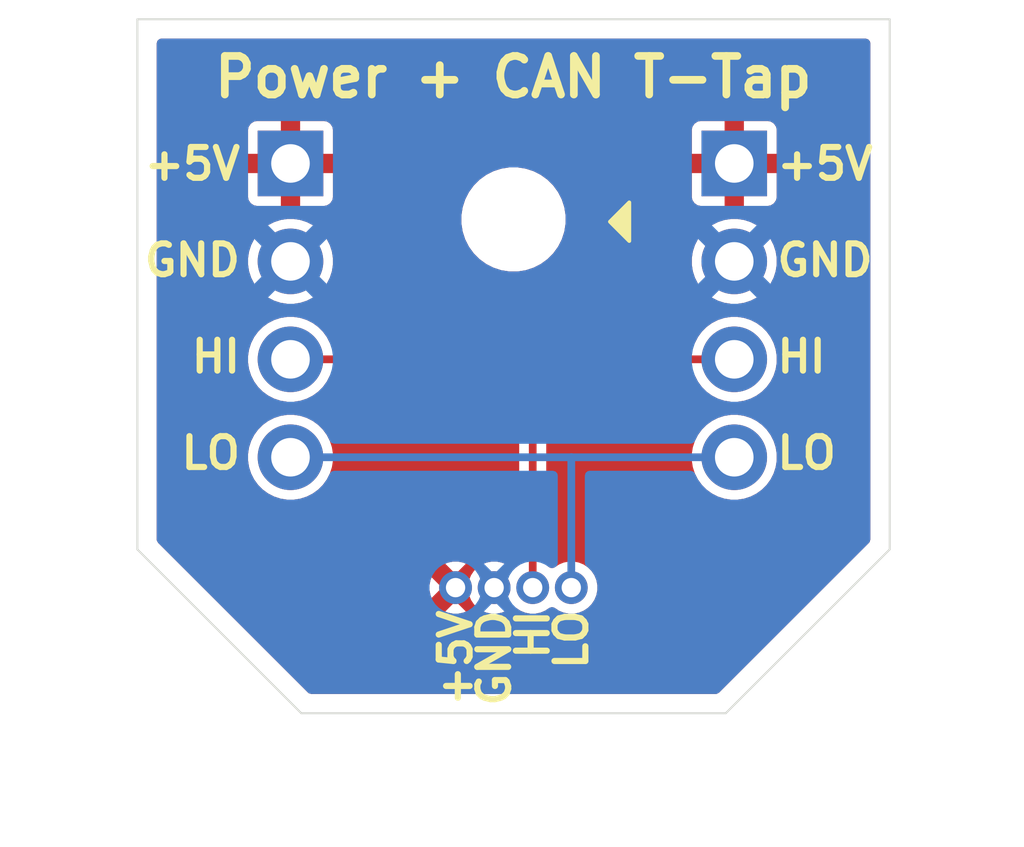
<source format=kicad_pcb>
(kicad_pcb (version 20241229) (generator "pcbnew") (generator_version "9.0")
  (layers (0 "F.Cu" signal) (2 "B.Cu" signal) (13 "F.Paste" user) (15 "B.Paste" user) (5 "F.SilkS" user "F.Silkscreen") (7 "B.SilkS" user "B.Silkscreen") (1 "F.Mask" user) (3 "B.Mask" user) (25 "Edge.Cuts" user))
  (net 0 "")
  (net 1 "/CANL")
  (net 2 "+5V")
  (net 3 "GND")
  (net 4 "/CANH")
  (footprint "Connector_PinSocket_2.54mm:PinSocket_1x04_P2.54mm_Vertical" (layer "F.Cu") (at 118.96869 76.98951)
    (property "Reference" "J2" (hide yes))
    (property "Value" "Conn_01x04_Socket")
    (pad "1" thru_hole rect (at 0 0) (size 1.7 1.7) (drill 1) (layers "*.Cu" "*.Mask") (net 2 "+5V"))
    (pad "2" thru_hole circle (at 0 2.54) (size 1.7 1.7) (drill 1) (layers "*.Cu" "*.Mask") (net 3 "GND"))
    (pad "3" thru_hole circle (at 0 5.08) (size 1.7 1.7) (drill 1) (layers "*.Cu" "*.Mask") (net 4 "/CANH"))
    (pad "4" thru_hole circle (at 0 7.62) (size 1.7 1.7) (drill 1) (layers "*.Cu" "*.Mask") (net 1 "/CANL"))
  )
  (footprint "Conn_01x04:01x04_1mm" (layer "F.Cu") (at 122.747424 88.490699 90)
    (property "Reference" "J1" (hide yes))
    (property "Value" "Conn_01x04_Pin")
    (pad "1" thru_hole circle (at 0.5 0.5 90) (size 0.85 0.85) (drill 0.5) (layers "*.Cu" "*.Mask") (net 2 "+5V"))
    (pad "2" thru_hole circle (at 0.5 1.5 90) (size 0.85 0.85) (drill 0.5) (layers "*.Cu" "*.Mask") (net 3 "GND"))
    (pad "3" thru_hole circle (at 0.5 2.5 90) (size 0.85 0.85) (drill 0.5) (layers "*.Cu" "*.Mask") (net 4 "/CANH"))
    (pad "4" thru_hole circle (at 0.5 3.5 90) (size 0.85 0.85) (drill 0.5) (layers "*.Cu" "*.Mask") (net 1 "/CANL"))
  )
  (footprint "Connector_PinSocket_2.54mm:PinSocket_1x04_P2.54mm_Vertical" (layer "F.Cu") (at 130.471495 76.98951)
    (property "Reference" "J3" (hide yes))
    (property "Value" "Conn_01x04_Socket")
    (pad "1" thru_hole rect (at 0 0) (size 1.7 1.7) (drill 1) (layers "*.Cu" "*.Mask") (net 2 "+5V"))
    (pad "2" thru_hole circle (at 0 2.54) (size 1.7 1.7) (drill 1) (layers "*.Cu" "*.Mask") (net 3 "GND"))
    (pad "3" thru_hole circle (at 0 5.08) (size 1.7 1.7) (drill 1) (layers "*.Cu" "*.Mask") (net 4 "/CANH"))
    (pad "4" thru_hole circle (at 0 7.62) (size 1.7 1.7) (drill 1) (layers "*.Cu" "*.Mask") (net 1 "/CANL"))
  )
  (footprint "MountingHole:MountingHole_2.2mm_M2" (layer "F.Cu") (at 124.749146 78.441436)
    (property "Reference" "REF**" (hide yes))
    (property "Value" "MountingHole_2.2mm_M2")
    (pad "" np_thru_hole circle (at 0 0) (size 2.2 2.2) (drill 2.2) (layers "*.Cu" "*.Mask"))
  )
  (gr_poly (pts (xy 127.75 78) (xy 127.75 79) (xy 127.25 78.5)) (stroke (width 0.1)) (fill yes) (layer "F.SilkS"))
  (gr_line (start 115 73.25) (end 134.5 73.25) (stroke (width 0.05)) (layer "Edge.Cuts"))
  (gr_line (start 115 73.25) (end 115 87) (stroke (width 0.05)) (layer "Edge.Cuts"))
  (gr_line (start 134.5 73.25) (end 134.5 87) (stroke (width 0.05)) (layer "Edge.Cuts"))
  (gr_line (start 130.25 91.25) (end 119.25 91.25) (stroke (width 0.05)) (layer "Edge.Cuts"))
  (gr_line (start 115 87) (end 119.25 91.25) (stroke (width 0.05)) (layer "Edge.Cuts"))
  (gr_line (start 134.5 87) (end 130.25 91.25) (stroke (width 0.05)) (layer "Edge.Cuts"))
  (gr_text "LO" (at 131.5 84.5 0) (layer "F.SilkS") (effects (font (size 0.8 0.8) (thickness 0.16) (bold yes)) (justify left)))
  (gr_text "+5V" (at 123.249596 88.492871 90) (layer "F.SilkS") (effects (font (size 0.8 0.8) (thickness 0.16) (bold yes)) (justify right)))
  (gr_text "LO" (at 117.75 84.5 0) (layer "F.SilkS") (effects (font (size 0.8 0.8) (thickness 0.16) (bold yes)) (justify right)))
  (gr_text "+5V" (at 131.5 77 0) (layer "F.SilkS") (effects (font (size 0.8 0.8) (thickness 0.16) (bold yes)) (justify left)))
  (gr_text "LO" (at 126.249596 88.492871 90) (layer "F.SilkS") (effects (font (size 0.8 0.8) (thickness 0.16) (bold yes)) (justify right)))
  (gr_text "GND" (at 131.5 79.5 0) (layer "F.SilkS") (effects (font (size 0.8 0.8) (thickness 0.16) (bold yes)) (justify left)))
  (gr_text "HI" (at 125.249596 88.492871 90) (layer "F.SilkS") (effects (font (size 0.8 0.8) (thickness 0.16) (bold yes)) (justify right)))
  (gr_text "GND" (at 117.75 79.5 0) (layer "F.SilkS") (effects (font (size 0.8 0.8) (thickness 0.16) (bold yes)) (justify right)))
  (gr_text "HI" (at 131.5 82 0) (layer "F.SilkS") (effects (font (size 0.8 0.8) (thickness 0.16) (bold yes)) (justify left)))
  (gr_text "GND" (at 124.249596 88.492871 90) (layer "F.SilkS") (effects (font (size 0.8 0.8) (thickness 0.16) (bold yes)) (justify right)))
  (gr_text "+5V" (at 117.75 77 0) (layer "F.SilkS") (effects (font (size 0.8 0.8) (thickness 0.16) (bold yes)) (justify right)))
  (gr_text "Power + CAN T-Tap" (at 124.743035 74.749067 0) (layer "F.SilkS") (effects (font (size 1 1) (thickness 0.2) (bold yes))))
  (gr_text "HI" (at 117.75 82 0) (layer "F.SilkS") (effects (font (size 0.8 0.8) (thickness 0.16) (bold yes)) (justify right)))
  (segment (start 126.25 84.60951) (end 118.96869 84.60951) (width 0.2) (layer "B.Cu") (net 1))
  (segment (start 126.247424 87.990699) (end 126.247424 84.612086) (width 0.2) (layer "B.Cu") (net 1))
  (segment (start 126.247424 84.612086) (end 126.25 84.60951) (width 0.2) (layer "B.Cu") (net 1))
  (segment (start 130.471495 84.60951) (end 126.25 84.60951) (width 0.2) (layer "B.Cu") (net 1))
  (segment (start 125.247424 87.990699) (end 125.247424 82.072086) (width 0.2) (layer "F.Cu") (net 4))
  (segment (start 118.96869 82.06951) (end 125.25 82.06951) (width 0.2) (layer "F.Cu") (net 4))
  (segment (start 125.247424 82.072086) (end 125.25 82.06951) (width 0.2) (layer "F.Cu") (net 4))
  (segment (start 125.25 82.06951) (end 130.471495 82.06951) (width 0.2) (layer "F.Cu") (net 4))
  (zone (net 2) (net_name "+5V") (layer "F.Cu") (connect_pads (clearance 0.25)) (min_thickness 0.25) (fill yes (thermal_gap 0.25) (thermal_bridge_width 0.5))
    (polygon (pts (xy 114.75 73) (xy 134.75 73) (xy 134.75 91.75) (xy 114.75 91.75)))
  )
  (zone (net 3) (net_name "GND") (layer "B.Cu") (priority 1) (connect_pads (clearance 0.25)) (min_thickness 0.25) (fill yes (thermal_gap 0.25) (thermal_bridge_width 0.5))
    (polygon (pts (xy 114.5 72.75) (xy 135 72.75) (xy 135 92) (xy 114.5 92)))
  )
)
</source>
